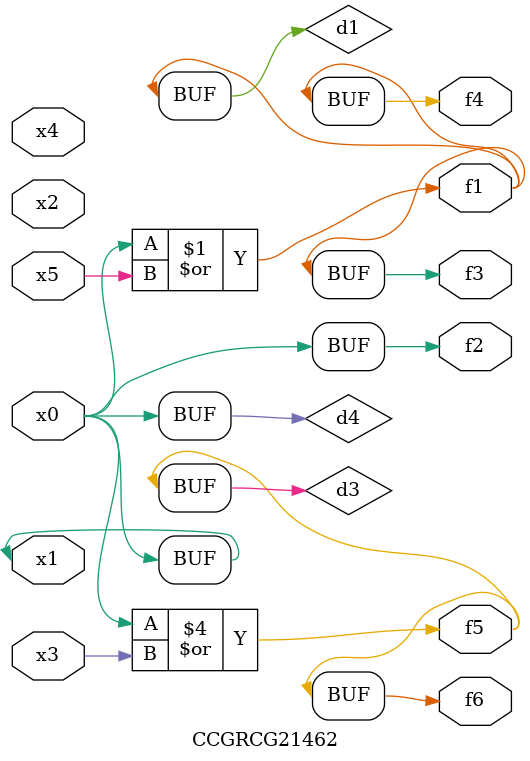
<source format=v>
module CCGRCG21462(
	input x0, x1, x2, x3, x4, x5,
	output f1, f2, f3, f4, f5, f6
);

	wire d1, d2, d3, d4;

	or (d1, x0, x5);
	xnor (d2, x1, x4);
	or (d3, x0, x3);
	buf (d4, x0, x1);
	assign f1 = d1;
	assign f2 = d4;
	assign f3 = d1;
	assign f4 = d1;
	assign f5 = d3;
	assign f6 = d3;
endmodule

</source>
